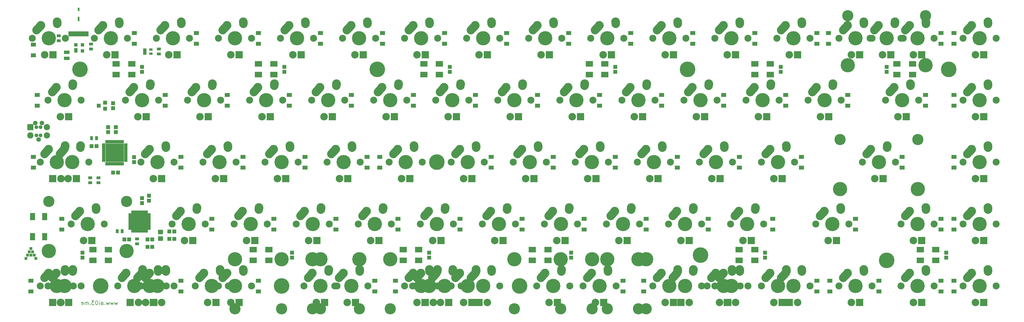
<source format=gbs>
G04 #@! TF.FileFunction,Soldermask,Bot*
%FSLAX46Y46*%
G04 Gerber Fmt 4.6, Leading zero omitted, Abs format (unit mm)*
G04 Created by KiCad (PCBNEW 4.0.7) date 04/17/18 21:46:19*
%MOMM*%
%LPD*%
G01*
G04 APERTURE LIST*
%ADD10C,0.100000*%
%ADD11C,0.200000*%
%ADD12C,2.650000*%
%ADD13C,2.650000*%
%ADD14C,4.387800*%
%ADD15C,2.305000*%
%ADD16R,2.305000X2.305000*%
%ADD17C,2.150000*%
%ADD18R,1.200000X1.150000*%
%ADD19C,3.448000*%
%ADD20R,1.300000X0.900000*%
%ADD21R,0.908000X0.908000*%
%ADD22R,1.100000X1.000000*%
%ADD23R,1.100000X1.400000*%
%ADD24R,1.700000X1.100000*%
%ADD25R,1.600000X1.300000*%
%ADD26C,1.184860*%
%ADD27C,1.388060*%
%ADD28C,1.385520*%
%ADD29C,1.924000*%
%ADD30R,1.924000X1.924000*%
%ADD31R,1.050000X0.800000*%
%ADD32R,1.150000X1.200000*%
%ADD33R,2.200000X1.800000*%
%ADD34R,1.650000X1.400000*%
%ADD35R,0.900000X1.300000*%
%ADD36R,0.650000X1.080000*%
%ADD37R,1.080000X0.650000*%
%ADD38R,5.060000X5.060000*%
%ADD39R,1.100000X0.650000*%
%ADD40R,0.650000X1.100000*%
%ADD41R,1.687500X1.687500*%
%ADD42R,1.300000X1.200000*%
%ADD43C,4.800000*%
%ADD44C,1.100000*%
%ADD45R,1.500000X2.200000*%
%ADD46R,0.700000X1.600000*%
%ADD47R,0.600000X1.400000*%
%ADD48R,0.600000X1.100000*%
G04 APERTURE END LIST*
D10*
D11*
X78215428Y-138299857D02*
X77986857Y-139099857D01*
X77758286Y-138528429D01*
X77529714Y-139099857D01*
X77301143Y-138299857D01*
X76958285Y-138299857D02*
X76729714Y-139099857D01*
X76501143Y-138528429D01*
X76272571Y-139099857D01*
X76044000Y-138299857D01*
X75701142Y-138299857D02*
X75472571Y-139099857D01*
X75244000Y-138528429D01*
X75015428Y-139099857D01*
X74786857Y-138299857D01*
X74329714Y-138985571D02*
X74272571Y-139042714D01*
X74329714Y-139099857D01*
X74386857Y-139042714D01*
X74329714Y-138985571D01*
X74329714Y-139099857D01*
X73243999Y-139099857D02*
X73243999Y-138471286D01*
X73301142Y-138357000D01*
X73415428Y-138299857D01*
X73643999Y-138299857D01*
X73758285Y-138357000D01*
X73243999Y-139042714D02*
X73358285Y-139099857D01*
X73643999Y-139099857D01*
X73758285Y-139042714D01*
X73815428Y-138928429D01*
X73815428Y-138814143D01*
X73758285Y-138699857D01*
X73643999Y-138642714D01*
X73358285Y-138642714D01*
X73243999Y-138585571D01*
X72672571Y-139099857D02*
X72672571Y-138299857D01*
X72672571Y-137899857D02*
X72729714Y-137957000D01*
X72672571Y-138014143D01*
X72615428Y-137957000D01*
X72672571Y-137899857D01*
X72672571Y-138014143D01*
X71872570Y-137899857D02*
X71758285Y-137899857D01*
X71643999Y-137957000D01*
X71586856Y-138014143D01*
X71529713Y-138128429D01*
X71472570Y-138357000D01*
X71472570Y-138642714D01*
X71529713Y-138871286D01*
X71586856Y-138985571D01*
X71643999Y-139042714D01*
X71758285Y-139099857D01*
X71872570Y-139099857D01*
X71986856Y-139042714D01*
X72043999Y-138985571D01*
X72101142Y-138871286D01*
X72158285Y-138642714D01*
X72158285Y-138357000D01*
X72101142Y-138128429D01*
X72043999Y-138014143D01*
X71986856Y-137957000D01*
X71872570Y-137899857D01*
X71072570Y-137899857D02*
X70329713Y-137899857D01*
X70729713Y-138357000D01*
X70558285Y-138357000D01*
X70443999Y-138414143D01*
X70386856Y-138471286D01*
X70329713Y-138585571D01*
X70329713Y-138871286D01*
X70386856Y-138985571D01*
X70443999Y-139042714D01*
X70558285Y-139099857D01*
X70901142Y-139099857D01*
X71015428Y-139042714D01*
X71072570Y-138985571D01*
X69815428Y-138985571D02*
X69758285Y-139042714D01*
X69815428Y-139099857D01*
X69872571Y-139042714D01*
X69815428Y-138985571D01*
X69815428Y-139099857D01*
X69243999Y-139099857D02*
X69243999Y-138299857D01*
X69243999Y-138414143D02*
X69186856Y-138357000D01*
X69072570Y-138299857D01*
X68901142Y-138299857D01*
X68786856Y-138357000D01*
X68729713Y-138471286D01*
X68729713Y-139099857D01*
X68729713Y-138471286D02*
X68672570Y-138357000D01*
X68558284Y-138299857D01*
X68386856Y-138299857D01*
X68272570Y-138357000D01*
X68215427Y-138471286D01*
X68215427Y-139099857D01*
X67186856Y-139042714D02*
X67301142Y-139099857D01*
X67529713Y-139099857D01*
X67643999Y-139042714D01*
X67701142Y-138928429D01*
X67701142Y-138471286D01*
X67643999Y-138357000D01*
X67529713Y-138299857D01*
X67301142Y-138299857D01*
X67186856Y-138357000D01*
X67129713Y-138471286D01*
X67129713Y-138585571D01*
X67701142Y-138699857D01*
D12*
X78700000Y-52650000D02*
X78740000Y-52070000D01*
D13*
X78740000Y-52070000D03*
D12*
X72390000Y-54610000D02*
X73700002Y-53150000D01*
D14*
X76200000Y-57150000D03*
D13*
X73700000Y-53150000D03*
D15*
X74930000Y-62230000D03*
D16*
X77470000Y-62230000D03*
D17*
X71120000Y-57150000D03*
X81280000Y-57150000D03*
D18*
X70243000Y-90297000D03*
X71743000Y-90297000D03*
D12*
X92987500Y-90750000D02*
X93027500Y-90170000D01*
D13*
X93027500Y-90170000D03*
D12*
X86677500Y-92710000D02*
X87987502Y-91250000D01*
D14*
X90487500Y-95250000D03*
D13*
X87987500Y-91250000D03*
D15*
X89217500Y-100330000D03*
D16*
X91757500Y-100330000D03*
D17*
X85407500Y-95250000D03*
X95567500Y-95250000D03*
D12*
X62031250Y-90750000D02*
X62071250Y-90170000D01*
D13*
X62071250Y-90170000D03*
D12*
X55721250Y-92710000D02*
X57031252Y-91250000D01*
D14*
X59531250Y-95250000D03*
D13*
X57031250Y-91250000D03*
D15*
X60801250Y-100330000D03*
D16*
X58261250Y-100330000D03*
D17*
X54451250Y-95250000D03*
X64611250Y-95250000D03*
D12*
X297775000Y-71700000D02*
X297815000Y-71120000D01*
D13*
X297815000Y-71120000D03*
D12*
X291465000Y-73660000D02*
X292775002Y-72200000D01*
D14*
X295275000Y-76200000D03*
D13*
X292775000Y-72200000D03*
D15*
X294005000Y-81280000D03*
D16*
X296545000Y-81280000D03*
D17*
X290195000Y-76200000D03*
X300355000Y-76200000D03*
D12*
X321587500Y-71700000D02*
X321627500Y-71120000D01*
D13*
X321627500Y-71120000D03*
D12*
X315277500Y-73660000D02*
X316587502Y-72200000D01*
D14*
X319087500Y-76200000D03*
D13*
X316587500Y-72200000D03*
D15*
X317817500Y-81280000D03*
D16*
X320357500Y-81280000D03*
D17*
X314007500Y-76200000D03*
X324167500Y-76200000D03*
D12*
X278725000Y-71700000D02*
X278765000Y-71120000D01*
D13*
X278765000Y-71120000D03*
D12*
X272415000Y-73660000D02*
X273725002Y-72200000D01*
D14*
X276225000Y-76200000D03*
D13*
X273725000Y-72200000D03*
D15*
X274955000Y-81280000D03*
D16*
X277495000Y-81280000D03*
D17*
X271145000Y-76200000D03*
X281305000Y-76200000D03*
D12*
X102512500Y-109800000D02*
X102552500Y-109220000D01*
D13*
X102552500Y-109220000D03*
D12*
X96202500Y-111760000D02*
X97512502Y-110300000D01*
D14*
X100012500Y-114300000D03*
D13*
X97512500Y-110300000D03*
D15*
X98742500Y-119380000D03*
D16*
X101282500Y-119380000D03*
D17*
X94932500Y-114300000D03*
X105092500Y-114300000D03*
D12*
X183475000Y-71700000D02*
X183515000Y-71120000D01*
D13*
X183515000Y-71120000D03*
D12*
X177165000Y-73660000D02*
X178475002Y-72200000D01*
D14*
X180975000Y-76200000D03*
D13*
X178475000Y-72200000D03*
D15*
X179705000Y-81280000D03*
D16*
X182245000Y-81280000D03*
D17*
X175895000Y-76200000D03*
X186055000Y-76200000D03*
D12*
X121562500Y-109800000D02*
X121602500Y-109220000D01*
D13*
X121602500Y-109220000D03*
D12*
X115252500Y-111760000D02*
X116562502Y-110300000D01*
D14*
X119062500Y-114300000D03*
D13*
X116562500Y-110300000D03*
D15*
X117792500Y-119380000D03*
D16*
X120332500Y-119380000D03*
D17*
X113982500Y-114300000D03*
X124142500Y-114300000D03*
D12*
X107275000Y-71700000D02*
X107315000Y-71120000D01*
D13*
X107315000Y-71120000D03*
D12*
X100965000Y-73660000D02*
X102275002Y-72200000D01*
D14*
X104775000Y-76200000D03*
D13*
X102275000Y-72200000D03*
D15*
X103505000Y-81280000D03*
D16*
X106045000Y-81280000D03*
D17*
X99695000Y-76200000D03*
X109855000Y-76200000D03*
D12*
X159662500Y-109800000D02*
X159702500Y-109220000D01*
D13*
X159702500Y-109220000D03*
D12*
X153352500Y-111760000D02*
X154662502Y-110300000D01*
D14*
X157162500Y-114300000D03*
D13*
X154662500Y-110300000D03*
D15*
X155892500Y-119380000D03*
D16*
X158432500Y-119380000D03*
D17*
X152082500Y-114300000D03*
X162242500Y-114300000D03*
D12*
X202525000Y-71700000D02*
X202565000Y-71120000D01*
D13*
X202565000Y-71120000D03*
D12*
X196215000Y-73660000D02*
X197525002Y-72200000D01*
D14*
X200025000Y-76200000D03*
D13*
X197525000Y-72200000D03*
D15*
X198755000Y-81280000D03*
D16*
X201295000Y-81280000D03*
D17*
X194945000Y-76200000D03*
X205105000Y-76200000D03*
D12*
X64412500Y-71700000D02*
X64452500Y-71120000D01*
D13*
X64452500Y-71120000D03*
D12*
X58102500Y-73660000D02*
X59412502Y-72200000D01*
D14*
X61912500Y-76200000D03*
D13*
X59412500Y-72200000D03*
D15*
X60642500Y-81280000D03*
D16*
X63182500Y-81280000D03*
D17*
X56832500Y-76200000D03*
X66992500Y-76200000D03*
D12*
X164425000Y-71700000D02*
X164465000Y-71120000D01*
D13*
X164465000Y-71120000D03*
D12*
X158115000Y-73660000D02*
X159425002Y-72200000D01*
D14*
X161925000Y-76200000D03*
D13*
X159425000Y-72200000D03*
D15*
X160655000Y-81280000D03*
D16*
X163195000Y-81280000D03*
D17*
X156845000Y-76200000D03*
X167005000Y-76200000D03*
D12*
X71556250Y-109800000D02*
X71596250Y-109220000D01*
D13*
X71596250Y-109220000D03*
D12*
X65246250Y-111760000D02*
X66556252Y-110300000D01*
D14*
X69056250Y-114300000D03*
D13*
X66556250Y-110300000D03*
D15*
X67786250Y-119380000D03*
D16*
X70326250Y-119380000D03*
D17*
X63976250Y-114300000D03*
X74136250Y-114300000D03*
D19*
X57118250Y-107315000D03*
X80994250Y-107315000D03*
D14*
X57118250Y-122555000D03*
X80994250Y-122555000D03*
D12*
X112037500Y-90750000D02*
X112077500Y-90170000D01*
D13*
X112077500Y-90170000D03*
D12*
X105727500Y-92710000D02*
X107037502Y-91250000D01*
D14*
X109537500Y-95250000D03*
D13*
X107037500Y-91250000D03*
D15*
X108267500Y-100330000D03*
D16*
X110807500Y-100330000D03*
D17*
X104457500Y-95250000D03*
X114617500Y-95250000D03*
D12*
X145375000Y-71700000D02*
X145415000Y-71120000D01*
D13*
X145415000Y-71120000D03*
D12*
X139065000Y-73660000D02*
X140375002Y-72200000D01*
D14*
X142875000Y-76200000D03*
D13*
X140375000Y-72200000D03*
D15*
X141605000Y-81280000D03*
D16*
X144145000Y-81280000D03*
D17*
X137795000Y-76200000D03*
X147955000Y-76200000D03*
D12*
X88225000Y-71700000D02*
X88265000Y-71120000D01*
D13*
X88265000Y-71120000D03*
D12*
X81915000Y-73660000D02*
X83225002Y-72200000D01*
D14*
X85725000Y-76200000D03*
D13*
X83225000Y-72200000D03*
D15*
X84455000Y-81280000D03*
D16*
X86995000Y-81280000D03*
D17*
X80645000Y-76200000D03*
X90805000Y-76200000D03*
D12*
X259675000Y-71700000D02*
X259715000Y-71120000D01*
D13*
X259715000Y-71120000D03*
D12*
X253365000Y-73660000D02*
X254675002Y-72200000D01*
D14*
X257175000Y-76200000D03*
D13*
X254675000Y-72200000D03*
D15*
X255905000Y-81280000D03*
D16*
X258445000Y-81280000D03*
D17*
X252095000Y-76200000D03*
X262255000Y-76200000D03*
D12*
X240625000Y-71700000D02*
X240665000Y-71120000D01*
D13*
X240665000Y-71120000D03*
D12*
X234315000Y-73660000D02*
X235625002Y-72200000D01*
D14*
X238125000Y-76200000D03*
D13*
X235625000Y-72200000D03*
D15*
X236855000Y-81280000D03*
D16*
X239395000Y-81280000D03*
D17*
X233045000Y-76200000D03*
X243205000Y-76200000D03*
D12*
X197762500Y-109800000D02*
X197802500Y-109220000D01*
D13*
X197802500Y-109220000D03*
D12*
X191452500Y-111760000D02*
X192762502Y-110300000D01*
D14*
X195262500Y-114300000D03*
D13*
X192762500Y-110300000D03*
D15*
X193992500Y-119380000D03*
D16*
X196532500Y-119380000D03*
D17*
X190182500Y-114300000D03*
X200342500Y-114300000D03*
D12*
X216812500Y-109800000D02*
X216852500Y-109220000D01*
D13*
X216852500Y-109220000D03*
D12*
X210502500Y-111760000D02*
X211812502Y-110300000D01*
D14*
X214312500Y-114300000D03*
D13*
X211812500Y-110300000D03*
D15*
X213042500Y-119380000D03*
D16*
X215582500Y-119380000D03*
D17*
X209232500Y-114300000D03*
X219392500Y-114300000D03*
D12*
X245387500Y-90750000D02*
X245427500Y-90170000D01*
D13*
X245427500Y-90170000D03*
D12*
X239077500Y-92710000D02*
X240387502Y-91250000D01*
D14*
X242887500Y-95250000D03*
D13*
X240387500Y-91250000D03*
D15*
X241617500Y-100330000D03*
D16*
X244157500Y-100330000D03*
D17*
X237807500Y-95250000D03*
X247967500Y-95250000D03*
D12*
X226337500Y-90750000D02*
X226377500Y-90170000D01*
D13*
X226377500Y-90170000D03*
D12*
X220027500Y-92710000D02*
X221337502Y-91250000D01*
D14*
X223837500Y-95250000D03*
D13*
X221337500Y-91250000D03*
D15*
X222567500Y-100330000D03*
D16*
X225107500Y-100330000D03*
D17*
X218757500Y-95250000D03*
X228917500Y-95250000D03*
D12*
X207287500Y-90750000D02*
X207327500Y-90170000D01*
D13*
X207327500Y-90170000D03*
D12*
X200977500Y-92710000D02*
X202287502Y-91250000D01*
D14*
X204787500Y-95250000D03*
D13*
X202287500Y-91250000D03*
D15*
X203517500Y-100330000D03*
D16*
X206057500Y-100330000D03*
D17*
X199707500Y-95250000D03*
X209867500Y-95250000D03*
D12*
X221575000Y-71700000D02*
X221615000Y-71120000D01*
D13*
X221615000Y-71120000D03*
D12*
X215265000Y-73660000D02*
X216575002Y-72200000D01*
D14*
X219075000Y-76200000D03*
D13*
X216575000Y-72200000D03*
D15*
X217805000Y-81280000D03*
D16*
X220345000Y-81280000D03*
D17*
X213995000Y-76200000D03*
X224155000Y-76200000D03*
D12*
X188237500Y-90750000D02*
X188277500Y-90170000D01*
D13*
X188277500Y-90170000D03*
D12*
X181927500Y-92710000D02*
X183237502Y-91250000D01*
D14*
X185737500Y-95250000D03*
D13*
X183237500Y-91250000D03*
D15*
X184467500Y-100330000D03*
D16*
X187007500Y-100330000D03*
D17*
X180657500Y-95250000D03*
X190817500Y-95250000D03*
D12*
X169187500Y-90750000D02*
X169227500Y-90170000D01*
D13*
X169227500Y-90170000D03*
D12*
X162877500Y-92710000D02*
X164187502Y-91250000D01*
D14*
X166687500Y-95250000D03*
D13*
X164187500Y-91250000D03*
D15*
X165417500Y-100330000D03*
D16*
X167957500Y-100330000D03*
D17*
X161607500Y-95250000D03*
X171767500Y-95250000D03*
D12*
X150137500Y-90750000D02*
X150177500Y-90170000D01*
D13*
X150177500Y-90170000D03*
D12*
X143827500Y-92710000D02*
X145137502Y-91250000D01*
D14*
X147637500Y-95250000D03*
D13*
X145137500Y-91250000D03*
D15*
X146367500Y-100330000D03*
D16*
X148907500Y-100330000D03*
D17*
X142557500Y-95250000D03*
X152717500Y-95250000D03*
D12*
X59650000Y-52650000D02*
X59690000Y-52070000D01*
D13*
X59690000Y-52070000D03*
D12*
X53340000Y-54610000D02*
X54650002Y-53150000D01*
D14*
X57150000Y-57150000D03*
D13*
X54650000Y-53150000D03*
D15*
X55880000Y-62230000D03*
D16*
X58420000Y-62230000D03*
D17*
X52070000Y-57150000D03*
X62230000Y-57150000D03*
D12*
X126325000Y-71700000D02*
X126365000Y-71120000D01*
D13*
X126365000Y-71120000D03*
D12*
X120015000Y-73660000D02*
X121325002Y-72200000D01*
D14*
X123825000Y-76200000D03*
D13*
X121325000Y-72200000D03*
D15*
X122555000Y-81280000D03*
D16*
X125095000Y-81280000D03*
D17*
X118745000Y-76200000D03*
X128905000Y-76200000D03*
D12*
X307300000Y-52650000D02*
X307340000Y-52070000D01*
D13*
X307340000Y-52070000D03*
D12*
X300990000Y-54610000D02*
X302300002Y-53150000D01*
D14*
X304800000Y-57150000D03*
D13*
X302300000Y-53150000D03*
D15*
X303530000Y-62230000D03*
D16*
X306070000Y-62230000D03*
D17*
X299720000Y-57150000D03*
X309880000Y-57150000D03*
D12*
X131087500Y-90750000D02*
X131127500Y-90170000D01*
D13*
X131127500Y-90170000D03*
D12*
X124777500Y-92710000D02*
X126087502Y-91250000D01*
D14*
X128587500Y-95250000D03*
D13*
X126087500Y-91250000D03*
D15*
X127317500Y-100330000D03*
D16*
X129857500Y-100330000D03*
D17*
X123507500Y-95250000D03*
X133667500Y-95250000D03*
D12*
X66793750Y-90750000D02*
X66833750Y-90170000D01*
D13*
X66833750Y-90170000D03*
D12*
X60483750Y-92710000D02*
X61793752Y-91250000D01*
D14*
X64293750Y-95250000D03*
D13*
X61793750Y-91250000D03*
D15*
X63023750Y-100330000D03*
D16*
X65563750Y-100330000D03*
D17*
X59213750Y-95250000D03*
X69373750Y-95250000D03*
D12*
X140612500Y-109800000D02*
X140652500Y-109220000D01*
D13*
X140652500Y-109220000D03*
D12*
X134302500Y-111760000D02*
X135612502Y-110300000D01*
D14*
X138112500Y-114300000D03*
D13*
X135612500Y-110300000D03*
D15*
X136842500Y-119380000D03*
D16*
X139382500Y-119380000D03*
D17*
X133032500Y-114300000D03*
X143192500Y-114300000D03*
D12*
X326350000Y-52650000D02*
X326390000Y-52070000D01*
D13*
X326390000Y-52070000D03*
D12*
X320040000Y-54610000D02*
X321350002Y-53150000D01*
D14*
X323850000Y-57150000D03*
D13*
X321350000Y-53150000D03*
D15*
X322580000Y-62230000D03*
D16*
X325120000Y-62230000D03*
D17*
X318770000Y-57150000D03*
X328930000Y-57150000D03*
D12*
X316825000Y-52650000D02*
X316865000Y-52070000D01*
D13*
X316865000Y-52070000D03*
D12*
X310515000Y-54610000D02*
X311825002Y-53150000D01*
D14*
X314325000Y-57150000D03*
D13*
X311825000Y-53150000D03*
D15*
X313055000Y-62230000D03*
D16*
X315595000Y-62230000D03*
D17*
X309245000Y-57150000D03*
X319405000Y-57150000D03*
D19*
X302387000Y-50165000D03*
X326263000Y-50165000D03*
D14*
X302387000Y-65405000D03*
X326263000Y-65405000D03*
D12*
X178712500Y-109800000D02*
X178752500Y-109220000D01*
D13*
X178752500Y-109220000D03*
D12*
X172402500Y-111760000D02*
X173712502Y-110300000D01*
D14*
X176212500Y-114300000D03*
D13*
X173712500Y-110300000D03*
D15*
X174942500Y-119380000D03*
D16*
X177482500Y-119380000D03*
D17*
X171132500Y-114300000D03*
X181292500Y-114300000D03*
D12*
X288250000Y-52650000D02*
X288290000Y-52070000D01*
D13*
X288290000Y-52070000D03*
D12*
X281940000Y-54610000D02*
X283250002Y-53150000D01*
D14*
X285750000Y-57150000D03*
D13*
X283250000Y-53150000D03*
D15*
X284480000Y-62230000D03*
D16*
X287020000Y-62230000D03*
D17*
X280670000Y-57150000D03*
X290830000Y-57150000D03*
D12*
X264437500Y-90750000D02*
X264477500Y-90170000D01*
D13*
X264477500Y-90170000D03*
D12*
X258127500Y-92710000D02*
X259437502Y-91250000D01*
D14*
X261937500Y-95250000D03*
D13*
X259437500Y-91250000D03*
D15*
X260667500Y-100330000D03*
D16*
X263207500Y-100330000D03*
D17*
X256857500Y-95250000D03*
X267017500Y-95250000D03*
D12*
X254912500Y-109800000D02*
X254952500Y-109220000D01*
D13*
X254952500Y-109220000D03*
D12*
X248602500Y-111760000D02*
X249912502Y-110300000D01*
D14*
X252412500Y-114300000D03*
D13*
X249912500Y-110300000D03*
D15*
X251142500Y-119380000D03*
D16*
X253682500Y-119380000D03*
D17*
X247332500Y-114300000D03*
X257492500Y-114300000D03*
D12*
X269200000Y-52650000D02*
X269240000Y-52070000D01*
D13*
X269240000Y-52070000D03*
D12*
X262890000Y-54610000D02*
X264200002Y-53150000D01*
D14*
X266700000Y-57150000D03*
D13*
X264200000Y-53150000D03*
D15*
X265430000Y-62230000D03*
D16*
X267970000Y-62230000D03*
D17*
X261620000Y-57150000D03*
X271780000Y-57150000D03*
D12*
X235862500Y-109800000D02*
X235902500Y-109220000D01*
D13*
X235902500Y-109220000D03*
D12*
X229552500Y-111760000D02*
X230862502Y-110300000D01*
D14*
X233362500Y-114300000D03*
D13*
X230862500Y-110300000D03*
D15*
X232092500Y-119380000D03*
D16*
X234632500Y-119380000D03*
D17*
X228282500Y-114300000D03*
X238442500Y-114300000D03*
D12*
X231100000Y-52650000D02*
X231140000Y-52070000D01*
D13*
X231140000Y-52070000D03*
D12*
X224790000Y-54610000D02*
X226100002Y-53150000D01*
D14*
X228600000Y-57150000D03*
D13*
X226100000Y-53150000D03*
D15*
X227330000Y-62230000D03*
D16*
X229870000Y-62230000D03*
D17*
X223520000Y-57150000D03*
X233680000Y-57150000D03*
D12*
X212050000Y-52650000D02*
X212090000Y-52070000D01*
D13*
X212090000Y-52070000D03*
D12*
X205740000Y-54610000D02*
X207050002Y-53150000D01*
D14*
X209550000Y-57150000D03*
D13*
X207050000Y-53150000D03*
D15*
X208280000Y-62230000D03*
D16*
X210820000Y-62230000D03*
D17*
X204470000Y-57150000D03*
X214630000Y-57150000D03*
D12*
X193000000Y-52650000D02*
X193040000Y-52070000D01*
D13*
X193040000Y-52070000D03*
D12*
X186690000Y-54610000D02*
X188000002Y-53150000D01*
D14*
X190500000Y-57150000D03*
D13*
X188000000Y-53150000D03*
D15*
X189230000Y-62230000D03*
D16*
X191770000Y-62230000D03*
D17*
X185420000Y-57150000D03*
X195580000Y-57150000D03*
D12*
X173950000Y-52650000D02*
X173990000Y-52070000D01*
D13*
X173990000Y-52070000D03*
D12*
X167640000Y-54610000D02*
X168950002Y-53150000D01*
D14*
X171450000Y-57150000D03*
D13*
X168950000Y-53150000D03*
D15*
X170180000Y-62230000D03*
D16*
X172720000Y-62230000D03*
D17*
X166370000Y-57150000D03*
X176530000Y-57150000D03*
D12*
X154900000Y-52650000D02*
X154940000Y-52070000D01*
D13*
X154940000Y-52070000D03*
D12*
X148590000Y-54610000D02*
X149900002Y-53150000D01*
D14*
X152400000Y-57150000D03*
D13*
X149900000Y-53150000D03*
D15*
X151130000Y-62230000D03*
D16*
X153670000Y-62230000D03*
D17*
X147320000Y-57150000D03*
X157480000Y-57150000D03*
D12*
X135850000Y-52650000D02*
X135890000Y-52070000D01*
D13*
X135890000Y-52070000D03*
D12*
X129540000Y-54610000D02*
X130850002Y-53150000D01*
D14*
X133350000Y-57150000D03*
D13*
X130850000Y-53150000D03*
D15*
X132080000Y-62230000D03*
D16*
X134620000Y-62230000D03*
D17*
X128270000Y-57150000D03*
X138430000Y-57150000D03*
D12*
X116800000Y-52650000D02*
X116840000Y-52070000D01*
D13*
X116840000Y-52070000D03*
D12*
X110490000Y-54610000D02*
X111800002Y-53150000D01*
D14*
X114300000Y-57150000D03*
D13*
X111800000Y-53150000D03*
D15*
X113030000Y-62230000D03*
D16*
X115570000Y-62230000D03*
D17*
X109220000Y-57150000D03*
X119380000Y-57150000D03*
D12*
X97750000Y-52650000D02*
X97790000Y-52070000D01*
D13*
X97790000Y-52070000D03*
D12*
X91440000Y-54610000D02*
X92750002Y-53150000D01*
D14*
X95250000Y-57150000D03*
D13*
X92750000Y-53150000D03*
D15*
X93980000Y-62230000D03*
D16*
X96520000Y-62230000D03*
D17*
X90170000Y-57150000D03*
X100330000Y-57150000D03*
D12*
X250150000Y-52650000D02*
X250190000Y-52070000D01*
D13*
X250190000Y-52070000D03*
D12*
X243840000Y-54610000D02*
X245150002Y-53150000D01*
D14*
X247650000Y-57150000D03*
D13*
X245150000Y-53150000D03*
D15*
X246380000Y-62230000D03*
D16*
X248920000Y-62230000D03*
D17*
X242570000Y-57150000D03*
X252730000Y-57150000D03*
D20*
X70104000Y-60440000D03*
X70104000Y-58940000D03*
X60198000Y-57900000D03*
X60198000Y-56400000D03*
D21*
X52101750Y-122809000D03*
X52609750Y-123825000D03*
X51593750Y-123825000D03*
X50577750Y-123825000D03*
X51085750Y-122809000D03*
X51593750Y-121793000D03*
X53117750Y-124841000D03*
X50069750Y-124841000D03*
D22*
X67437000Y-59121000D03*
X65437000Y-59121000D03*
X67437000Y-61021000D03*
D23*
X65437000Y-60821000D03*
D24*
X62611000Y-63307000D03*
X62611000Y-61407000D03*
D25*
X259556250Y-115950000D03*
X259556250Y-112650000D03*
X240506250Y-115950000D03*
X240506250Y-112650000D03*
X221456250Y-115950000D03*
X221456250Y-112650000D03*
X202406250Y-115950000D03*
X202406250Y-112650000D03*
X183356250Y-115950000D03*
X183356250Y-112650000D03*
X164306250Y-115950000D03*
X164306250Y-112650000D03*
X145256250Y-115950000D03*
X145256250Y-112650000D03*
X126206250Y-115950000D03*
X126206250Y-112650000D03*
X107156250Y-115950000D03*
X107156250Y-112650000D03*
X61118750Y-115950000D03*
X61118750Y-112650000D03*
X319087500Y-96900000D03*
X319087500Y-93600000D03*
X288131250Y-96900000D03*
X288131250Y-93600000D03*
X269081250Y-96900000D03*
X269081250Y-93600000D03*
X250031250Y-96900000D03*
X250031250Y-93600000D03*
X230981250Y-96900000D03*
X230981250Y-93600000D03*
X211931250Y-96900000D03*
X211931250Y-93600000D03*
X192881250Y-96900000D03*
X192881250Y-93600000D03*
X158750000Y-96900000D03*
X158750000Y-93600000D03*
X154781250Y-96900000D03*
X154781250Y-93600000D03*
X135731250Y-96900000D03*
X135731250Y-93600000D03*
X116681250Y-96900000D03*
X116681250Y-93600000D03*
X97631250Y-96900000D03*
X97631250Y-93600000D03*
X52387500Y-96900000D03*
X52387500Y-93600000D03*
X326231250Y-77850000D03*
X326231250Y-74550000D03*
X302418750Y-77850000D03*
X302418750Y-74550000D03*
X283368750Y-77850000D03*
X283368750Y-74550000D03*
X264318750Y-77850000D03*
X264318750Y-74550000D03*
X245268750Y-77850000D03*
X245268750Y-74550000D03*
X226218750Y-77850000D03*
X226218750Y-74550000D03*
X207168750Y-77850000D03*
X207168750Y-74550000D03*
X188118750Y-77850000D03*
X188118750Y-74550000D03*
X169068750Y-77850000D03*
X169068750Y-74550000D03*
X150018750Y-77850000D03*
X150018750Y-74550000D03*
X130968750Y-77850000D03*
X130968750Y-74550000D03*
X111918750Y-77850000D03*
X111918750Y-74550000D03*
X92868750Y-77850000D03*
X92868750Y-74550000D03*
X53578125Y-77850000D03*
X53578125Y-74550000D03*
X330993750Y-58800000D03*
X330993750Y-55500000D03*
X296465625Y-58800000D03*
X296465625Y-55500000D03*
X292893750Y-58800000D03*
X292893750Y-55500000D03*
X273843750Y-58800000D03*
X273843750Y-55500000D03*
X254793750Y-58800000D03*
X254793750Y-55500000D03*
X235743750Y-58800000D03*
X235743750Y-55500000D03*
X216693750Y-58800000D03*
X216693750Y-55500000D03*
X197643750Y-58800000D03*
X197643750Y-55500000D03*
X178593750Y-58800000D03*
X178593750Y-55500000D03*
X159543750Y-58800000D03*
X159543750Y-55500000D03*
X140493750Y-58800000D03*
X140493750Y-55500000D03*
X121443750Y-58800000D03*
X121443750Y-55500000D03*
X102393750Y-58800000D03*
X102393750Y-55500000D03*
X83343750Y-58800000D03*
X83343750Y-55500000D03*
X52387500Y-62371875D03*
X52387500Y-59071875D03*
D12*
X283487500Y-90750000D02*
X283527500Y-90170000D01*
D13*
X283527500Y-90170000D03*
D12*
X277177500Y-92710000D02*
X278487502Y-91250000D01*
D14*
X280987500Y-95250000D03*
D13*
X278487500Y-91250000D03*
D15*
X279717500Y-100330000D03*
D16*
X282257500Y-100330000D03*
D17*
X275907500Y-95250000D03*
X286067500Y-95250000D03*
D25*
X334962500Y-58800000D03*
X334962500Y-55500000D03*
X334962500Y-77850000D03*
X334962500Y-74550000D03*
X334962500Y-96900000D03*
X334962500Y-93600000D03*
X279400000Y-115950000D03*
X279400000Y-112650000D03*
X304800000Y-115950000D03*
X304800000Y-112650000D03*
X330993750Y-115950000D03*
X330993750Y-112650000D03*
X334962500Y-115950000D03*
X334962500Y-112650000D03*
X311943750Y-135000000D03*
X311943750Y-131700000D03*
X330993750Y-135000000D03*
X330993750Y-131700000D03*
X334962500Y-135000000D03*
X334962500Y-131700000D03*
X51593750Y-135000000D03*
X51593750Y-131700000D03*
X97631250Y-135000000D03*
X97631250Y-131700000D03*
X121443750Y-135000000D03*
X121443750Y-131700000D03*
D12*
X273962500Y-109800000D02*
X274002500Y-109220000D01*
D13*
X274002500Y-109220000D03*
D12*
X267652500Y-111760000D02*
X268962502Y-110300000D01*
D14*
X271462500Y-114300000D03*
D13*
X268962500Y-110300000D03*
D15*
X270192500Y-119380000D03*
D16*
X272732500Y-119380000D03*
D17*
X266382500Y-114300000D03*
X276542500Y-114300000D03*
D12*
X326350000Y-128850000D02*
X326390000Y-128270000D01*
D13*
X326390000Y-128270000D03*
D12*
X320040000Y-130810000D02*
X321350002Y-129350000D01*
D14*
X323850000Y-133350000D03*
D13*
X321350000Y-129350000D03*
D15*
X322580000Y-138430000D03*
D16*
X325120000Y-138430000D03*
D17*
X318770000Y-133350000D03*
X328930000Y-133350000D03*
D12*
X345400000Y-52650000D02*
X345440000Y-52070000D01*
D13*
X345440000Y-52070000D03*
D12*
X339090000Y-54610000D02*
X340400002Y-53150000D01*
D14*
X342900000Y-57150000D03*
D13*
X340400000Y-53150000D03*
D15*
X341630000Y-62230000D03*
D16*
X344170000Y-62230000D03*
D17*
X337820000Y-57150000D03*
X347980000Y-57150000D03*
D12*
X345400000Y-71700000D02*
X345440000Y-71120000D01*
D13*
X345440000Y-71120000D03*
D12*
X339090000Y-73660000D02*
X340400002Y-72200000D01*
D14*
X342900000Y-76200000D03*
D13*
X340400000Y-72200000D03*
D15*
X341630000Y-81280000D03*
D16*
X344170000Y-81280000D03*
D17*
X337820000Y-76200000D03*
X347980000Y-76200000D03*
D12*
X345400000Y-90750000D02*
X345440000Y-90170000D01*
D13*
X345440000Y-90170000D03*
D12*
X339090000Y-92710000D02*
X340400002Y-91250000D01*
D14*
X342900000Y-95250000D03*
D13*
X340400000Y-91250000D03*
D15*
X341630000Y-100330000D03*
D16*
X344170000Y-100330000D03*
D17*
X337820000Y-95250000D03*
X347980000Y-95250000D03*
D12*
X345400000Y-109800000D02*
X345440000Y-109220000D01*
D13*
X345440000Y-109220000D03*
D12*
X339090000Y-111760000D02*
X340400002Y-110300000D01*
D14*
X342900000Y-114300000D03*
D13*
X340400000Y-110300000D03*
D15*
X341630000Y-119380000D03*
D16*
X344170000Y-119380000D03*
D17*
X337820000Y-114300000D03*
X347980000Y-114300000D03*
D12*
X307300000Y-128850000D02*
X307340000Y-128270000D01*
D13*
X307340000Y-128270000D03*
D12*
X300990000Y-130810000D02*
X302300002Y-129350000D01*
D14*
X304800000Y-133350000D03*
D13*
X302300000Y-129350000D03*
D15*
X303530000Y-138430000D03*
D16*
X306070000Y-138430000D03*
D17*
X299720000Y-133350000D03*
X309880000Y-133350000D03*
D12*
X64412500Y-128850000D02*
X64452500Y-128270000D01*
D13*
X64452500Y-128270000D03*
D12*
X58102500Y-130810000D02*
X59412502Y-129350000D01*
D14*
X61912500Y-133350000D03*
D13*
X59412500Y-129350000D03*
D15*
X60642500Y-138430000D03*
D16*
X63182500Y-138430000D03*
D17*
X56832500Y-133350000D03*
X66992500Y-133350000D03*
D12*
X90606250Y-128850000D02*
X90646250Y-128270000D01*
D13*
X90646250Y-128270000D03*
D12*
X84296250Y-130810000D02*
X85606252Y-129350000D01*
D14*
X88106250Y-133350000D03*
D13*
X85606250Y-129350000D03*
D15*
X86836250Y-138430000D03*
D16*
X89376250Y-138430000D03*
D17*
X83026250Y-133350000D03*
X93186250Y-133350000D03*
D12*
X109656250Y-128850000D02*
X109696250Y-128270000D01*
D13*
X109696250Y-128270000D03*
D12*
X103346250Y-130810000D02*
X104656252Y-129350000D01*
D14*
X107156250Y-133350000D03*
D13*
X104656250Y-129350000D03*
D15*
X105886250Y-138430000D03*
D16*
X108426250Y-138430000D03*
D17*
X102076250Y-133350000D03*
X112236250Y-133350000D03*
D12*
X116800000Y-128850000D02*
X116840000Y-128270000D01*
D13*
X116840000Y-128270000D03*
D12*
X110490000Y-130810000D02*
X111800002Y-129350000D01*
D14*
X114300000Y-133350000D03*
D13*
X111800000Y-129350000D03*
D15*
X113030000Y-138430000D03*
D16*
X115570000Y-138430000D03*
D17*
X109220000Y-133350000D03*
X119380000Y-133350000D03*
D12*
X345400000Y-128850000D02*
X345440000Y-128270000D01*
D13*
X345440000Y-128270000D03*
D12*
X339090000Y-130810000D02*
X340400002Y-129350000D01*
D14*
X342900000Y-133350000D03*
D13*
X340400000Y-129350000D03*
D15*
X341630000Y-138430000D03*
D16*
X344170000Y-138430000D03*
D17*
X337820000Y-133350000D03*
X347980000Y-133350000D03*
D12*
X326350000Y-109800000D02*
X326390000Y-109220000D01*
D13*
X326390000Y-109220000D03*
D12*
X320040000Y-111760000D02*
X321350002Y-110300000D01*
D14*
X323850000Y-114300000D03*
D13*
X321350000Y-110300000D03*
D15*
X322580000Y-119380000D03*
D16*
X325120000Y-119380000D03*
D17*
X318770000Y-114300000D03*
X328930000Y-114300000D03*
D12*
X300156250Y-109800000D02*
X300196250Y-109220000D01*
D13*
X300196250Y-109220000D03*
D12*
X293846250Y-111760000D02*
X295156252Y-110300000D01*
D14*
X297656250Y-114300000D03*
D13*
X295156250Y-110300000D03*
D15*
X296386250Y-119380000D03*
D16*
X298926250Y-119380000D03*
D17*
X292576250Y-114300000D03*
X302736250Y-114300000D03*
D25*
X157162500Y-135000000D03*
X157162500Y-131700000D03*
X163512500Y-135000000D03*
X163512500Y-131700000D03*
X233362500Y-135000000D03*
X233362500Y-131700000D03*
D12*
X188237500Y-128850000D02*
X188277500Y-128270000D01*
D13*
X188277500Y-128270000D03*
D12*
X181927500Y-130810000D02*
X183237502Y-129350000D01*
D14*
X185737500Y-133350000D03*
D13*
X183237500Y-129350000D03*
D15*
X184467500Y-138430000D03*
D16*
X187007500Y-138430000D03*
D17*
X180657500Y-133350000D03*
X190817500Y-133350000D03*
D12*
X250150000Y-128850000D02*
X250190000Y-128270000D01*
D13*
X250190000Y-128270000D03*
D12*
X243840000Y-130810000D02*
X245150002Y-129350000D01*
D14*
X247650000Y-133350000D03*
D13*
X245150000Y-129350000D03*
D15*
X246380000Y-138430000D03*
D16*
X248920000Y-138430000D03*
D17*
X242570000Y-133350000D03*
X252730000Y-133350000D03*
D12*
X266818750Y-128850000D02*
X266858750Y-128270000D01*
D13*
X266858750Y-128270000D03*
D12*
X260508750Y-130810000D02*
X261818752Y-129350000D01*
D14*
X264318750Y-133350000D03*
D13*
X261818750Y-129350000D03*
D15*
X263048750Y-138430000D03*
D16*
X265588750Y-138430000D03*
D17*
X259238750Y-133350000D03*
X269398750Y-133350000D03*
D12*
X283487500Y-128850000D02*
X283527500Y-128270000D01*
D13*
X283527500Y-128270000D03*
D12*
X277177500Y-130810000D02*
X278487502Y-129350000D01*
D14*
X280987500Y-133350000D03*
D13*
X278487500Y-129350000D03*
D15*
X279717500Y-138430000D03*
D16*
X282257500Y-138430000D03*
D17*
X275907500Y-133350000D03*
X286067500Y-133350000D03*
D26*
X53340000Y-86995000D03*
X54610000Y-86995000D03*
X53340000Y-84455000D03*
X54610000Y-84455000D03*
D27*
X53975000Y-88265000D03*
D28*
X54991000Y-83185000D03*
X52959000Y-83185000D03*
D29*
X51435000Y-86995000D03*
X56515000Y-86995000D03*
D30*
X51435000Y-84455000D03*
D29*
X56515000Y-84455000D03*
D20*
X72390000Y-101588000D03*
X72390000Y-100088000D03*
X69850000Y-101588000D03*
X69850000Y-100088000D03*
X90932000Y-60464000D03*
X90932000Y-61964000D03*
D31*
X86553000Y-61895750D03*
X86553000Y-60595750D03*
X86553000Y-61245750D03*
X88453000Y-60595750D03*
X88453000Y-61895750D03*
D32*
X85725000Y-67425000D03*
X85725000Y-65925000D03*
X332581250Y-124575000D03*
X332581250Y-123075000D03*
X129381250Y-67425000D03*
X129381250Y-65925000D03*
X277018750Y-124575000D03*
X277018750Y-123075000D03*
X180181250Y-67425000D03*
X180181250Y-65925000D03*
X217487500Y-124575000D03*
X217487500Y-123075000D03*
X230981250Y-67425000D03*
X230981250Y-65925000D03*
X173831250Y-124575000D03*
X173831250Y-123075000D03*
X281781250Y-67425000D03*
X281781250Y-65925000D03*
X131762500Y-124575000D03*
X131762500Y-123075000D03*
X314325000Y-67425000D03*
X314325000Y-65925000D03*
X67468750Y-124575000D03*
X67468750Y-123075000D03*
D33*
X82568750Y-65025000D03*
X82568750Y-68325000D03*
X77768750Y-68325000D03*
X77768750Y-65025000D03*
X329425000Y-122175000D03*
X329425000Y-125475000D03*
X324625000Y-125475000D03*
X324625000Y-122175000D03*
X126225000Y-65025000D03*
X126225000Y-68325000D03*
X121425000Y-68325000D03*
X121425000Y-65025000D03*
X273862500Y-122175000D03*
X273862500Y-125475000D03*
X269062500Y-125475000D03*
X269062500Y-122175000D03*
X177025000Y-65025000D03*
X177025000Y-68325000D03*
X172225000Y-68325000D03*
X172225000Y-65025000D03*
X210362500Y-122175000D03*
X210362500Y-125475000D03*
X205562500Y-125475000D03*
X205562500Y-122175000D03*
X227825000Y-65025000D03*
X227825000Y-68325000D03*
X223025000Y-68325000D03*
X223025000Y-65025000D03*
X170675000Y-122175000D03*
X170675000Y-125475000D03*
X165875000Y-125475000D03*
X165875000Y-122175000D03*
X278625000Y-65025000D03*
X278625000Y-68325000D03*
X273825000Y-68325000D03*
X273825000Y-65025000D03*
X124637500Y-122175000D03*
X124637500Y-125475000D03*
X119837500Y-125475000D03*
X119837500Y-122175000D03*
X322281250Y-65025000D03*
X322281250Y-68325000D03*
X317481250Y-68325000D03*
X317481250Y-65025000D03*
X75425000Y-122175000D03*
X75425000Y-125475000D03*
X70625000Y-125475000D03*
X70625000Y-122175000D03*
D12*
X62031250Y-128850000D02*
X62071250Y-128270000D01*
D13*
X62071250Y-128270000D03*
D12*
X55721250Y-130810000D02*
X57031252Y-129350000D01*
D14*
X59531250Y-133350000D03*
D13*
X57031250Y-129350000D03*
D15*
X60801250Y-138430000D03*
D16*
X58261250Y-138430000D03*
D17*
X54451250Y-133350000D03*
X64611250Y-133350000D03*
D12*
X92987500Y-128850000D02*
X93027500Y-128270000D01*
D13*
X93027500Y-128270000D03*
D12*
X86677500Y-130810000D02*
X87987502Y-129350000D01*
D14*
X90487500Y-133350000D03*
D13*
X87987500Y-129350000D03*
D15*
X91757500Y-138430000D03*
D16*
X89217500Y-138430000D03*
D17*
X85407500Y-133350000D03*
X95567500Y-133350000D03*
D12*
X142993750Y-128850000D02*
X143033750Y-128270000D01*
D13*
X143033750Y-128270000D03*
D12*
X136683750Y-130810000D02*
X137993752Y-129350000D01*
D14*
X140493750Y-133350000D03*
D13*
X137993750Y-129350000D03*
D15*
X139223750Y-138430000D03*
D16*
X141763750Y-138430000D03*
D17*
X135413750Y-133350000D03*
X145573750Y-133350000D03*
D19*
X128555750Y-140335000D03*
X152431750Y-140335000D03*
D14*
X128555750Y-125095000D03*
X152431750Y-125095000D03*
D12*
X173950000Y-128850000D02*
X173990000Y-128270000D01*
D13*
X173990000Y-128270000D03*
D12*
X167640000Y-130810000D02*
X168950002Y-129350000D01*
D14*
X171450000Y-133350000D03*
D13*
X168950000Y-129350000D03*
D15*
X170180000Y-138430000D03*
D16*
X172720000Y-138430000D03*
D17*
X166370000Y-133350000D03*
X176530000Y-133350000D03*
D19*
X114300000Y-140335000D03*
X228600000Y-140335000D03*
D14*
X114300000Y-125095000D03*
X228600000Y-125095000D03*
D12*
X181093750Y-128850000D02*
X181133750Y-128270000D01*
D13*
X181133750Y-128270000D03*
D12*
X174783750Y-130810000D02*
X176093752Y-129350000D01*
D14*
X178593750Y-133350000D03*
D13*
X176093750Y-129350000D03*
D15*
X177323750Y-138430000D03*
D16*
X179863750Y-138430000D03*
D17*
X173513750Y-133350000D03*
X183673750Y-133350000D03*
D19*
X128593850Y-140335000D03*
X228593650Y-140335000D03*
D14*
X128593850Y-125095000D03*
X228593650Y-125095000D03*
D12*
X214431250Y-128850000D02*
X214471250Y-128270000D01*
D13*
X214471250Y-128270000D03*
D12*
X208121250Y-130810000D02*
X209431252Y-129350000D01*
D14*
X211931250Y-133350000D03*
D13*
X209431250Y-129350000D03*
D15*
X210661250Y-138430000D03*
D16*
X213201250Y-138430000D03*
D17*
X206851250Y-133350000D03*
X217011250Y-133350000D03*
D19*
X199993250Y-140335000D03*
X223869250Y-140335000D03*
D14*
X199993250Y-125095000D03*
X223869250Y-125095000D03*
D12*
X152518750Y-128850000D02*
X152558750Y-128270000D01*
D13*
X152558750Y-128270000D03*
D12*
X146208750Y-130810000D02*
X147518752Y-129350000D01*
D14*
X150018750Y-133350000D03*
D13*
X147518750Y-129350000D03*
D15*
X148748750Y-138430000D03*
D16*
X151288750Y-138430000D03*
D17*
X144938750Y-133350000D03*
X155098750Y-133350000D03*
D19*
X138080750Y-140335000D03*
X161956750Y-140335000D03*
D14*
X138080750Y-125095000D03*
X161956750Y-125095000D03*
D12*
X228718750Y-128850000D02*
X228758750Y-128270000D01*
D13*
X228758750Y-128270000D03*
D12*
X222408750Y-130810000D02*
X223718752Y-129350000D01*
D14*
X226218750Y-133350000D03*
D13*
X223718750Y-129350000D03*
D15*
X224948750Y-138430000D03*
D16*
X227488750Y-138430000D03*
D17*
X221138750Y-133350000D03*
X231298750Y-133350000D03*
D19*
X214280750Y-140335000D03*
X238156750Y-140335000D03*
D14*
X214280750Y-125095000D03*
X238156750Y-125095000D03*
D25*
X239712500Y-135000000D03*
X239712500Y-131700000D03*
X296862500Y-135000000D03*
X296862500Y-131700000D03*
X292893750Y-135000000D03*
X292893750Y-131700000D03*
D12*
X314443750Y-90750000D02*
X314483750Y-90170000D01*
D13*
X314483750Y-90170000D03*
D12*
X308133750Y-92710000D02*
X309443752Y-91250000D01*
D14*
X311943750Y-95250000D03*
D13*
X309443750Y-91250000D03*
D15*
X310673750Y-100330000D03*
D16*
X313213750Y-100330000D03*
D17*
X306863750Y-95250000D03*
X317023750Y-95250000D03*
D19*
X300005750Y-88265000D03*
X323881750Y-88265000D03*
D14*
X300005750Y-103505000D03*
X323881750Y-103505000D03*
D12*
X85843750Y-128850000D02*
X85883750Y-128270000D01*
D13*
X85883750Y-128270000D03*
D12*
X79533750Y-130810000D02*
X80843752Y-129350000D01*
D14*
X83343750Y-133350000D03*
D13*
X80843750Y-129350000D03*
D15*
X84613750Y-138430000D03*
D16*
X82073750Y-138430000D03*
D17*
X78263750Y-133350000D03*
X88423750Y-133350000D03*
D12*
X254912500Y-128850000D02*
X254952500Y-128270000D01*
D13*
X254952500Y-128270000D03*
D12*
X248602500Y-130810000D02*
X249912502Y-129350000D01*
D14*
X252412500Y-133350000D03*
D13*
X249912500Y-129350000D03*
D15*
X253682500Y-138430000D03*
D16*
X251142500Y-138430000D03*
D17*
X247332500Y-133350000D03*
X257492500Y-133350000D03*
D12*
X269200000Y-128850000D02*
X269240000Y-128270000D01*
D13*
X269240000Y-128270000D03*
D12*
X262890000Y-130810000D02*
X264200002Y-129350000D01*
D14*
X266700000Y-133350000D03*
D13*
X264200000Y-129350000D03*
D15*
X267970000Y-138430000D03*
D16*
X265430000Y-138430000D03*
D17*
X261620000Y-133350000D03*
X271780000Y-133350000D03*
D12*
X288250000Y-128850000D02*
X288290000Y-128270000D01*
D13*
X288290000Y-128270000D03*
D12*
X281940000Y-130810000D02*
X283250002Y-129350000D01*
D14*
X285750000Y-133350000D03*
D13*
X283250000Y-129350000D03*
D15*
X287020000Y-138430000D03*
D16*
X284480000Y-138430000D03*
D17*
X280670000Y-133350000D03*
X290830000Y-133350000D03*
D34*
X91440000Y-118729000D03*
X91440000Y-116729000D03*
D18*
X88888000Y-118999000D03*
X87388000Y-118999000D03*
X95619000Y-116586000D03*
X94119000Y-116586000D03*
D32*
X87884000Y-105561000D03*
X87884000Y-107061000D03*
X85725000Y-106311000D03*
X85725000Y-107811000D03*
D18*
X95619000Y-118872000D03*
X94119000Y-118872000D03*
X88888000Y-121285000D03*
X87388000Y-121285000D03*
X80276000Y-118999000D03*
X81776000Y-118999000D03*
D35*
X78117000Y-116459000D03*
X79617000Y-116459000D03*
D20*
X84201000Y-120384000D03*
X84201000Y-118884000D03*
D36*
X82763000Y-116398000D03*
X83163000Y-116398000D03*
X83563000Y-116398000D03*
X83963000Y-116398000D03*
X84363000Y-116398000D03*
X84763000Y-116398000D03*
X85163000Y-116398000D03*
X85563000Y-116398000D03*
X85963000Y-116398000D03*
X86363000Y-116398000D03*
X86763000Y-116398000D03*
X87163000Y-116398000D03*
D37*
X87823000Y-115738000D03*
X87823000Y-115338000D03*
X87823000Y-114938000D03*
X87823000Y-114538000D03*
X87823000Y-114138000D03*
X87823000Y-113738000D03*
X87823000Y-113338000D03*
X87823000Y-112938000D03*
X87823000Y-112538000D03*
X87823000Y-112138000D03*
X87823000Y-111738000D03*
X87823000Y-111338000D03*
D36*
X87163000Y-110678000D03*
X86763000Y-110678000D03*
X86363000Y-110678000D03*
X85963000Y-110678000D03*
X85563000Y-110678000D03*
X85163000Y-110678000D03*
X84763000Y-110678000D03*
X84363000Y-110678000D03*
X83963000Y-110678000D03*
X83563000Y-110678000D03*
X83163000Y-110678000D03*
X82763000Y-110678000D03*
D37*
X82103000Y-111338000D03*
X82103000Y-111738000D03*
X82103000Y-112138000D03*
X82103000Y-112538000D03*
X82103000Y-112938000D03*
X82103000Y-113338000D03*
X82103000Y-113738000D03*
X82103000Y-114138000D03*
X82103000Y-114538000D03*
X82103000Y-114938000D03*
X82103000Y-115338000D03*
X82103000Y-115738000D03*
D38*
X84963000Y-113538000D03*
D32*
X76835000Y-77101000D03*
X76835000Y-78601000D03*
X77724000Y-84467000D03*
X77724000Y-85967000D03*
X83312000Y-93738000D03*
X83312000Y-95238000D03*
D18*
X78347000Y-98425000D03*
X76847000Y-98425000D03*
D32*
X75311000Y-84467000D03*
X75311000Y-85967000D03*
D35*
X70243000Y-87884000D03*
X71743000Y-87884000D03*
D39*
X80734250Y-89837750D03*
X80734250Y-90337750D03*
X80734250Y-90837750D03*
X80734250Y-91337750D03*
X80734250Y-91837750D03*
X80734250Y-92337750D03*
X80734250Y-92837750D03*
X80734250Y-93337750D03*
X80734250Y-93837750D03*
X80734250Y-94337750D03*
X80734250Y-94837750D03*
D40*
X79834250Y-95737750D03*
X79334250Y-95737750D03*
X78834250Y-95737750D03*
X78334250Y-95737750D03*
X77834250Y-95737750D03*
X77334250Y-95737750D03*
X76834250Y-95737750D03*
X76334250Y-95737750D03*
X75834250Y-95737750D03*
X75334250Y-95737750D03*
X74834250Y-95737750D03*
D39*
X73934250Y-94837750D03*
X73934250Y-94337750D03*
X73934250Y-93837750D03*
X73934250Y-93337750D03*
X73934250Y-92837750D03*
X73934250Y-92337750D03*
X73934250Y-91837750D03*
X73934250Y-91337750D03*
X73934250Y-90837750D03*
X73934250Y-90337750D03*
X73934250Y-89837750D03*
D40*
X74834250Y-88937750D03*
X75334250Y-88937750D03*
X75834250Y-88937750D03*
X76334250Y-88937750D03*
X76834250Y-88937750D03*
X77334250Y-88937750D03*
X77834250Y-88937750D03*
X78334250Y-88937750D03*
X78834250Y-88937750D03*
X79334250Y-88937750D03*
X79834250Y-88937750D03*
D41*
X75403000Y-94269000D03*
X75403000Y-92981500D03*
X75403000Y-91694000D03*
X75403000Y-90406500D03*
X76690500Y-94269000D03*
X76690500Y-92981500D03*
X76690500Y-91694000D03*
X76690500Y-90406500D03*
X77978000Y-94269000D03*
X77978000Y-92981500D03*
X77978000Y-91694000D03*
X77978000Y-90406500D03*
X79265500Y-94269000D03*
X79265500Y-92981500D03*
X79265500Y-91694000D03*
X79265500Y-90406500D03*
D42*
X74406000Y-76901000D03*
X74406000Y-78801000D03*
X72406000Y-77851000D03*
D12*
X176331250Y-128850000D02*
X176371250Y-128270000D01*
D13*
X176371250Y-128270000D03*
D12*
X170021250Y-130810000D02*
X171331252Y-129350000D01*
D14*
X173831250Y-133350000D03*
D13*
X171331250Y-129350000D03*
D15*
X175101250Y-138430000D03*
D16*
X172561250Y-138430000D03*
D17*
X168751250Y-133350000D03*
X178911250Y-133350000D03*
D12*
X193000000Y-128850000D02*
X193040000Y-128270000D01*
D13*
X193040000Y-128270000D03*
D12*
X186690000Y-130810000D02*
X188000002Y-129350000D01*
D14*
X190500000Y-133350000D03*
D13*
X188000000Y-129350000D03*
D15*
X191770000Y-138430000D03*
D16*
X189230000Y-138430000D03*
D17*
X185420000Y-133350000D03*
X195580000Y-133350000D03*
D19*
X140500100Y-140335000D03*
X240499900Y-140335000D03*
D14*
X140500100Y-125095000D03*
X240499900Y-125095000D03*
D43*
X333375000Y-66675000D03*
D44*
X335025000Y-66675000D03*
X334541726Y-67841726D03*
X333375000Y-68325000D03*
X332208274Y-67841726D03*
X331725000Y-66675000D03*
X332208274Y-65508274D03*
X333375000Y-65025000D03*
X334541726Y-65508274D03*
D43*
X314325000Y-125412500D03*
D44*
X315975000Y-125412500D03*
X315491726Y-126579226D03*
X314325000Y-127062500D03*
X313158274Y-126579226D03*
X312675000Y-125412500D03*
X313158274Y-124245774D03*
X314325000Y-123762500D03*
X315491726Y-124245774D03*
D43*
X73025000Y-133350000D03*
D44*
X74675000Y-133350000D03*
X74191726Y-134516726D03*
X73025000Y-135000000D03*
X71858274Y-134516726D03*
X71375000Y-133350000D03*
X71858274Y-132183274D03*
X73025000Y-131700000D03*
X74191726Y-132183274D03*
D43*
X176212500Y-95250000D03*
D44*
X177862500Y-95250000D03*
X177379226Y-96416726D03*
X176212500Y-96900000D03*
X175045774Y-96416726D03*
X174562500Y-95250000D03*
X175045774Y-94083274D03*
X176212500Y-93600000D03*
X177379226Y-94083274D03*
D43*
X201612500Y-133350000D03*
D44*
X203262500Y-133350000D03*
X202779226Y-134516726D03*
X201612500Y-135000000D03*
X200445774Y-134516726D03*
X199962500Y-133350000D03*
X200445774Y-132183274D03*
X201612500Y-131700000D03*
X202779226Y-132183274D03*
D43*
X66675000Y-66675000D03*
D44*
X68325000Y-66675000D03*
X67841726Y-67841726D03*
X66675000Y-68325000D03*
X65508274Y-67841726D03*
X65025000Y-66675000D03*
X65508274Y-65508274D03*
X66675000Y-65025000D03*
X67841726Y-65508274D03*
D43*
X253206250Y-66675000D03*
D44*
X254856250Y-66675000D03*
X254372976Y-67841726D03*
X253206250Y-68325000D03*
X252039524Y-67841726D03*
X251556250Y-66675000D03*
X252039524Y-65508274D03*
X253206250Y-65025000D03*
X254372976Y-65508274D03*
D43*
X157956250Y-66675000D03*
D44*
X159606250Y-66675000D03*
X159122976Y-67841726D03*
X157956250Y-68325000D03*
X156789524Y-67841726D03*
X156306250Y-66675000D03*
X156789524Y-65508274D03*
X157956250Y-65025000D03*
X159122976Y-65508274D03*
D43*
X128587500Y-133350000D03*
D44*
X130237500Y-133350000D03*
X129754226Y-134516726D03*
X128587500Y-135000000D03*
X127420774Y-134516726D03*
X126937500Y-133350000D03*
X127420774Y-132183274D03*
X128587500Y-131700000D03*
X129754226Y-132183274D03*
D43*
X257175000Y-123825000D03*
D44*
X258825000Y-123825000D03*
X258341726Y-124991726D03*
X257175000Y-125475000D03*
X256008274Y-124991726D03*
X255525000Y-123825000D03*
X256008274Y-122658274D03*
X257175000Y-122175000D03*
X258341726Y-122658274D03*
D45*
X55825000Y-118193750D03*
X52125000Y-111993750D03*
X52125000Y-118193750D03*
X55825000Y-111993750D03*
D46*
X63487600Y-55780000D03*
X63987600Y-55780000D03*
X64487600Y-55780000D03*
X64987600Y-55780000D03*
X65487600Y-55780000D03*
X65987600Y-55780000D03*
X66487600Y-55780000D03*
X66987600Y-55780000D03*
X67487600Y-55780000D03*
X67987600Y-55780000D03*
X68487600Y-55780000D03*
X68987600Y-55780000D03*
D47*
X66237600Y-51200000D03*
D48*
X66237600Y-48250000D03*
M02*

</source>
